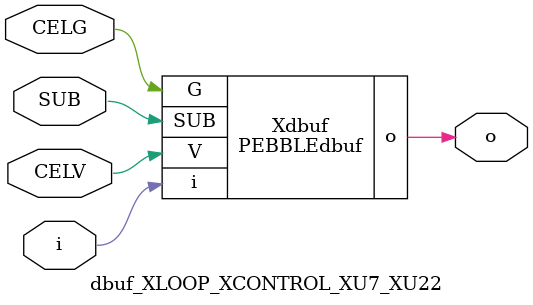
<source format=v>



module PEBBLEdbuf ( o, G, SUB, V, i );

  input V;
  input i;
  input G;
  output o;
  input SUB;
endmodule

//Celera Confidential Do Not Copy dbuf_XLOOP_XCONTROL_XU7_XU22
//Celera Confidential Symbol Generator
//Digital Buffer
module dbuf_XLOOP_XCONTROL_XU7_XU22 (CELV,CELG,i,o,SUB);
input CELV;
input CELG;
input i;
input SUB;
output o;

//Celera Confidential Do Not Copy dbuf
PEBBLEdbuf Xdbuf(
.V (CELV),
.i (i),
.o (o),
.SUB (SUB),
.G (CELG)
);
//,diesize,PEBBLEdbuf

//Celera Confidential Do Not Copy Module End
//Celera Schematic Generator
endmodule

</source>
